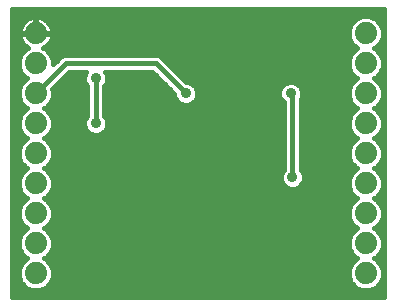
<source format=gbl>
G75*
G70*
%OFA0B0*%
%FSLAX24Y24*%
%IPPOS*%
%LPD*%
%AMOC8*
5,1,8,0,0,1.08239X$1,22.5*
%
%ADD10C,0.0740*%
%ADD11C,0.0160*%
%ADD12C,0.0360*%
D10*
X001494Y001181D03*
X001494Y002181D03*
X001494Y003181D03*
X001494Y004181D03*
X001494Y005181D03*
X001494Y006181D03*
X001494Y007181D03*
X001494Y008181D03*
X001494Y009181D03*
X012494Y009181D03*
X012494Y008181D03*
X012494Y007181D03*
X012494Y006181D03*
X012494Y005181D03*
X012494Y004181D03*
X012494Y003181D03*
X012494Y002181D03*
X012494Y001181D03*
D11*
X000694Y000381D02*
X000694Y009977D01*
X013114Y009977D01*
X013114Y000381D01*
X000694Y000381D01*
X000694Y000499D02*
X013114Y000499D01*
X013114Y000657D02*
X012717Y000657D01*
X012817Y000698D02*
X012607Y000611D01*
X012380Y000611D01*
X012171Y000698D01*
X012011Y000859D01*
X011924Y001068D01*
X011924Y001295D01*
X012011Y001504D01*
X012171Y001665D01*
X012212Y001681D01*
X012171Y001698D01*
X012011Y001859D01*
X011924Y002068D01*
X011924Y002295D01*
X012011Y002504D01*
X012171Y002665D01*
X012212Y002681D01*
X012171Y002698D01*
X012011Y002859D01*
X011924Y003068D01*
X011924Y003295D01*
X012011Y003504D01*
X012171Y003665D01*
X012212Y003681D01*
X012171Y003698D01*
X012011Y003859D01*
X011924Y004068D01*
X011924Y004295D01*
X012011Y004504D01*
X012171Y004665D01*
X012212Y004681D01*
X012171Y004698D01*
X012011Y004859D01*
X011924Y005068D01*
X011924Y005295D01*
X012011Y005504D01*
X012171Y005665D01*
X012212Y005681D01*
X012171Y005698D01*
X012011Y005859D01*
X011924Y006068D01*
X011924Y006295D01*
X012011Y006504D01*
X012171Y006665D01*
X012212Y006681D01*
X012171Y006698D01*
X012011Y006859D01*
X011924Y007068D01*
X011924Y007295D01*
X012011Y007504D01*
X012171Y007665D01*
X012212Y007681D01*
X012171Y007698D01*
X012011Y007859D01*
X011924Y008068D01*
X011924Y008295D01*
X012011Y008504D01*
X012171Y008665D01*
X012212Y008681D01*
X012171Y008698D01*
X012011Y008859D01*
X011924Y009068D01*
X011924Y009295D01*
X012011Y009504D01*
X012171Y009665D01*
X012380Y009751D01*
X012607Y009751D01*
X012817Y009665D01*
X012977Y009504D01*
X013064Y009295D01*
X013064Y009068D01*
X012977Y008859D01*
X012817Y008698D01*
X012776Y008681D01*
X012817Y008665D01*
X012977Y008504D01*
X013064Y008295D01*
X013064Y008068D01*
X012977Y007859D01*
X012817Y007698D01*
X012776Y007681D01*
X012817Y007665D01*
X012977Y007504D01*
X013064Y007295D01*
X013064Y007068D01*
X012977Y006859D01*
X012817Y006698D01*
X012776Y006681D01*
X012817Y006665D01*
X012977Y006504D01*
X013064Y006295D01*
X013064Y006068D01*
X012977Y005859D01*
X012817Y005698D01*
X012776Y005681D01*
X012817Y005665D01*
X012977Y005504D01*
X013064Y005295D01*
X013064Y005068D01*
X012977Y004859D01*
X012817Y004698D01*
X012776Y004681D01*
X012817Y004665D01*
X012977Y004504D01*
X013064Y004295D01*
X013064Y004068D01*
X012977Y003859D01*
X012817Y003698D01*
X012776Y003681D01*
X012817Y003665D01*
X012977Y003504D01*
X013064Y003295D01*
X013064Y003068D01*
X012977Y002859D01*
X012817Y002698D01*
X012776Y002681D01*
X012817Y002665D01*
X012977Y002504D01*
X013064Y002295D01*
X013064Y002068D01*
X012977Y001859D01*
X012817Y001698D01*
X012776Y001681D01*
X012817Y001665D01*
X012977Y001504D01*
X013064Y001295D01*
X013064Y001068D01*
X012977Y000859D01*
X012817Y000698D01*
X012934Y000816D02*
X013114Y000816D01*
X013114Y000974D02*
X013025Y000974D01*
X013064Y001133D02*
X013114Y001133D01*
X013114Y001291D02*
X013064Y001291D01*
X013114Y001450D02*
X013000Y001450D01*
X013114Y001608D02*
X012873Y001608D01*
X012885Y001767D02*
X013114Y001767D01*
X013114Y001925D02*
X013005Y001925D01*
X013064Y002084D02*
X013114Y002084D01*
X013114Y002242D02*
X013064Y002242D01*
X013020Y002401D02*
X013114Y002401D01*
X013114Y002560D02*
X012922Y002560D01*
X012837Y002718D02*
X013114Y002718D01*
X013114Y002877D02*
X012985Y002877D01*
X013050Y003035D02*
X013114Y003035D01*
X013114Y003194D02*
X013064Y003194D01*
X013040Y003352D02*
X013114Y003352D01*
X013114Y003511D02*
X012971Y003511D01*
X013114Y003669D02*
X012805Y003669D01*
X012946Y003828D02*
X013114Y003828D01*
X013114Y003986D02*
X013030Y003986D01*
X013064Y004145D02*
X013114Y004145D01*
X013114Y004304D02*
X013060Y004304D01*
X013114Y004462D02*
X012995Y004462D01*
X013114Y004621D02*
X012861Y004621D01*
X012898Y004779D02*
X013114Y004779D01*
X013114Y004938D02*
X013010Y004938D01*
X013064Y005096D02*
X013114Y005096D01*
X013114Y005255D02*
X013064Y005255D01*
X013015Y005413D02*
X013114Y005413D01*
X013114Y005572D02*
X012909Y005572D01*
X012849Y005730D02*
X013114Y005730D01*
X013114Y005889D02*
X012990Y005889D01*
X013055Y006048D02*
X013114Y006048D01*
X013114Y006206D02*
X013064Y006206D01*
X013035Y006365D02*
X013114Y006365D01*
X013114Y006523D02*
X012958Y006523D01*
X013114Y006682D02*
X012777Y006682D01*
X012959Y006840D02*
X013114Y006840D01*
X013114Y006999D02*
X013035Y006999D01*
X013064Y007157D02*
X013114Y007157D01*
X013114Y007316D02*
X013055Y007316D01*
X013114Y007474D02*
X012989Y007474D01*
X013114Y007633D02*
X012848Y007633D01*
X012910Y007791D02*
X013114Y007791D01*
X013114Y007950D02*
X013015Y007950D01*
X013064Y008109D02*
X013114Y008109D01*
X013114Y008267D02*
X013064Y008267D01*
X013114Y008426D02*
X013010Y008426D01*
X013114Y008584D02*
X012897Y008584D01*
X012861Y008743D02*
X013114Y008743D01*
X013114Y008901D02*
X012995Y008901D01*
X013060Y009060D02*
X013114Y009060D01*
X013114Y009218D02*
X013064Y009218D01*
X013030Y009377D02*
X013114Y009377D01*
X013114Y009535D02*
X012946Y009535D01*
X013114Y009694D02*
X012746Y009694D01*
X013114Y009853D02*
X000694Y009853D01*
X000694Y009694D02*
X001292Y009694D01*
X001283Y009691D02*
X001206Y009652D01*
X001136Y009601D01*
X001074Y009540D01*
X001023Y009470D01*
X000984Y009393D01*
X000957Y009310D01*
X000944Y009225D01*
X000944Y009201D01*
X001474Y009201D01*
X001474Y009161D01*
X000944Y009161D01*
X000944Y009138D01*
X000957Y009053D01*
X000984Y008970D01*
X001023Y008893D01*
X001074Y008823D01*
X001136Y008762D01*
X001206Y008711D01*
X001240Y008693D01*
X001171Y008665D01*
X001011Y008504D01*
X000924Y008295D01*
X000924Y008068D01*
X001011Y007859D01*
X001171Y007698D01*
X001212Y007681D01*
X001171Y007665D01*
X001011Y007504D01*
X000924Y007295D01*
X000924Y007068D01*
X001011Y006859D01*
X001171Y006698D01*
X001212Y006681D01*
X001171Y006665D01*
X001011Y006504D01*
X000924Y006295D01*
X000924Y006068D01*
X001011Y005859D01*
X001171Y005698D01*
X001212Y005681D01*
X001171Y005665D01*
X001011Y005504D01*
X000924Y005295D01*
X000924Y005068D01*
X001011Y004859D01*
X001171Y004698D01*
X001212Y004681D01*
X001171Y004665D01*
X001011Y004504D01*
X000924Y004295D01*
X000924Y004068D01*
X001011Y003859D01*
X001171Y003698D01*
X001212Y003681D01*
X001171Y003665D01*
X001011Y003504D01*
X000924Y003295D01*
X000924Y003068D01*
X001011Y002859D01*
X001171Y002698D01*
X001212Y002681D01*
X001171Y002665D01*
X001011Y002504D01*
X000924Y002295D01*
X000924Y002068D01*
X001011Y001859D01*
X001171Y001698D01*
X001212Y001681D01*
X001171Y001665D01*
X001011Y001504D01*
X000924Y001295D01*
X000924Y001068D01*
X001011Y000859D01*
X001171Y000698D01*
X001380Y000611D01*
X001607Y000611D01*
X001817Y000698D01*
X001977Y000859D01*
X002064Y001068D01*
X002064Y001295D01*
X001977Y001504D01*
X001817Y001665D01*
X001776Y001681D01*
X001817Y001698D01*
X001977Y001859D01*
X002064Y002068D01*
X002064Y002295D01*
X001977Y002504D01*
X001817Y002665D01*
X001776Y002681D01*
X001817Y002698D01*
X001977Y002859D01*
X002064Y003068D01*
X002064Y003295D01*
X001977Y003504D01*
X001817Y003665D01*
X001776Y003681D01*
X001817Y003698D01*
X001977Y003859D01*
X002064Y004068D01*
X002064Y004295D01*
X001977Y004504D01*
X001817Y004665D01*
X001776Y004681D01*
X001817Y004698D01*
X001977Y004859D01*
X002064Y005068D01*
X002064Y005295D01*
X001977Y005504D01*
X001817Y005665D01*
X001776Y005681D01*
X001817Y005698D01*
X001977Y005859D01*
X002064Y006068D01*
X002064Y006295D01*
X001977Y006504D01*
X001817Y006665D01*
X001776Y006681D01*
X001817Y006698D01*
X001977Y006859D01*
X002064Y007068D01*
X002064Y007295D01*
X002046Y007338D01*
X002610Y007901D01*
X003176Y007901D01*
X003172Y007897D01*
X003114Y007757D01*
X003114Y007606D01*
X003172Y007466D01*
X003214Y007424D01*
X003214Y006439D01*
X003172Y006397D01*
X003114Y006257D01*
X003114Y006106D01*
X003172Y005966D01*
X003279Y005859D01*
X003418Y005801D01*
X003569Y005801D01*
X003709Y005859D01*
X003816Y005966D01*
X003874Y006106D01*
X003874Y006257D01*
X003816Y006397D01*
X003774Y006439D01*
X003774Y007424D01*
X003816Y007466D01*
X003874Y007606D01*
X003874Y007757D01*
X003816Y007897D01*
X003811Y007901D01*
X005378Y007901D01*
X006114Y007165D01*
X006114Y007106D01*
X006172Y006966D01*
X006279Y006859D01*
X006418Y006801D01*
X006569Y006801D01*
X006709Y006859D01*
X006816Y006966D01*
X006874Y007106D01*
X006874Y007257D01*
X006816Y007397D01*
X006709Y007504D01*
X006569Y007561D01*
X006510Y007561D01*
X005731Y008340D01*
X005652Y008419D01*
X005550Y008461D01*
X002550Y008461D01*
X002438Y008461D01*
X002335Y008419D01*
X002064Y008147D01*
X002064Y008295D01*
X001977Y008504D01*
X001817Y008665D01*
X001747Y008693D01*
X001782Y008711D01*
X001852Y008762D01*
X001913Y008823D01*
X001964Y008893D01*
X002004Y008970D01*
X002030Y009053D01*
X002044Y009138D01*
X002044Y009161D01*
X001514Y009161D01*
X001514Y009201D01*
X002044Y009201D01*
X002044Y009225D01*
X002030Y009310D01*
X002004Y009393D01*
X001964Y009470D01*
X001913Y009540D01*
X001852Y009601D01*
X001782Y009652D01*
X001705Y009691D01*
X001623Y009718D01*
X001537Y009731D01*
X001514Y009731D01*
X001514Y009202D01*
X001474Y009202D01*
X001474Y009731D01*
X001451Y009731D01*
X001365Y009718D01*
X001283Y009691D01*
X001474Y009694D02*
X001514Y009694D01*
X001514Y009535D02*
X001474Y009535D01*
X001474Y009377D02*
X001514Y009377D01*
X001514Y009218D02*
X001474Y009218D01*
X001071Y009535D02*
X000694Y009535D01*
X000694Y009377D02*
X000979Y009377D01*
X000944Y009218D02*
X000694Y009218D01*
X000694Y009060D02*
X000956Y009060D01*
X001019Y008901D02*
X000694Y008901D01*
X000694Y008743D02*
X001162Y008743D01*
X001091Y008584D02*
X000694Y008584D01*
X000694Y008426D02*
X000978Y008426D01*
X000924Y008267D02*
X000694Y008267D01*
X000694Y008109D02*
X000924Y008109D01*
X000973Y007950D02*
X000694Y007950D01*
X000694Y007791D02*
X001078Y007791D01*
X001139Y007633D02*
X000694Y007633D01*
X000694Y007474D02*
X000998Y007474D01*
X000933Y007316D02*
X000694Y007316D01*
X000694Y007157D02*
X000924Y007157D01*
X000953Y006999D02*
X000694Y006999D01*
X000694Y006840D02*
X001029Y006840D01*
X001211Y006682D02*
X000694Y006682D01*
X000694Y006523D02*
X001029Y006523D01*
X000953Y006365D02*
X000694Y006365D01*
X000694Y006206D02*
X000924Y006206D01*
X000932Y006048D02*
X000694Y006048D01*
X000694Y005889D02*
X000998Y005889D01*
X001139Y005730D02*
X000694Y005730D01*
X000694Y005572D02*
X001078Y005572D01*
X000973Y005413D02*
X000694Y005413D01*
X000694Y005255D02*
X000924Y005255D01*
X000924Y005096D02*
X000694Y005096D01*
X000694Y004938D02*
X000978Y004938D01*
X001090Y004779D02*
X000694Y004779D01*
X000694Y004621D02*
X001127Y004621D01*
X000993Y004462D02*
X000694Y004462D01*
X000694Y004304D02*
X000927Y004304D01*
X000924Y004145D02*
X000694Y004145D01*
X000694Y003986D02*
X000958Y003986D01*
X001041Y003828D02*
X000694Y003828D01*
X000694Y003669D02*
X001182Y003669D01*
X001017Y003511D02*
X000694Y003511D01*
X000694Y003352D02*
X000948Y003352D01*
X000924Y003194D02*
X000694Y003194D01*
X000694Y003035D02*
X000937Y003035D01*
X001003Y002877D02*
X000694Y002877D01*
X000694Y002718D02*
X001151Y002718D01*
X001066Y002560D02*
X000694Y002560D01*
X000694Y002401D02*
X000968Y002401D01*
X000924Y002242D02*
X000694Y002242D01*
X000694Y002084D02*
X000924Y002084D01*
X000983Y001925D02*
X000694Y001925D01*
X000694Y001767D02*
X001102Y001767D01*
X001115Y001608D02*
X000694Y001608D01*
X000694Y001450D02*
X000988Y001450D01*
X000924Y001291D02*
X000694Y001291D01*
X000694Y001133D02*
X000924Y001133D01*
X000963Y000974D02*
X000694Y000974D01*
X000694Y000816D02*
X001054Y000816D01*
X001270Y000657D02*
X000694Y000657D01*
X001717Y000657D02*
X012270Y000657D01*
X012054Y000816D02*
X001934Y000816D01*
X002025Y000974D02*
X011963Y000974D01*
X011924Y001133D02*
X002064Y001133D01*
X002064Y001291D02*
X011924Y001291D01*
X011988Y001450D02*
X002000Y001450D01*
X001873Y001608D02*
X012115Y001608D01*
X012102Y001767D02*
X001885Y001767D01*
X002005Y001925D02*
X011983Y001925D01*
X011924Y002084D02*
X002064Y002084D01*
X002064Y002242D02*
X011924Y002242D01*
X011968Y002401D02*
X002020Y002401D01*
X001922Y002560D02*
X012066Y002560D01*
X012151Y002718D02*
X001837Y002718D01*
X001985Y002877D02*
X012003Y002877D01*
X011937Y003035D02*
X002050Y003035D01*
X002064Y003194D02*
X011924Y003194D01*
X011948Y003352D02*
X002040Y003352D01*
X001971Y003511D02*
X012017Y003511D01*
X012182Y003669D02*
X001805Y003669D01*
X001946Y003828D02*
X012041Y003828D01*
X011958Y003986D02*
X002030Y003986D01*
X002064Y004145D02*
X009743Y004145D01*
X009722Y004166D02*
X009829Y004059D01*
X009968Y004001D01*
X010119Y004001D01*
X010259Y004059D01*
X010366Y004166D01*
X010424Y004306D01*
X010424Y004457D01*
X010366Y004597D01*
X010324Y004639D01*
X010324Y006985D01*
X010374Y007106D01*
X010374Y007257D01*
X010316Y007397D01*
X010209Y007504D01*
X010069Y007561D01*
X009918Y007561D01*
X009779Y007504D01*
X009672Y007397D01*
X009614Y007257D01*
X009614Y007106D01*
X009672Y006966D01*
X009764Y006874D01*
X009764Y004639D01*
X009722Y004597D01*
X009664Y004457D01*
X009664Y004306D01*
X009722Y004166D01*
X009665Y004304D02*
X002060Y004304D01*
X001995Y004462D02*
X009666Y004462D01*
X009746Y004621D02*
X001861Y004621D01*
X001898Y004779D02*
X009764Y004779D01*
X009764Y004938D02*
X002010Y004938D01*
X002064Y005096D02*
X009764Y005096D01*
X009764Y005255D02*
X002064Y005255D01*
X002015Y005413D02*
X009764Y005413D01*
X009764Y005572D02*
X001909Y005572D01*
X001849Y005730D02*
X009764Y005730D01*
X009764Y005889D02*
X003739Y005889D01*
X003850Y006048D02*
X009764Y006048D01*
X009764Y006206D02*
X003874Y006206D01*
X003829Y006365D02*
X009764Y006365D01*
X009764Y006523D02*
X003774Y006523D01*
X003774Y006682D02*
X009764Y006682D01*
X009764Y006840D02*
X006663Y006840D01*
X006829Y006999D02*
X009658Y006999D01*
X009614Y007157D02*
X006874Y007157D01*
X006849Y007316D02*
X009638Y007316D01*
X009749Y007474D02*
X006738Y007474D01*
X006438Y007633D02*
X012139Y007633D01*
X011998Y007474D02*
X010238Y007474D01*
X010349Y007316D02*
X011933Y007316D01*
X011924Y007157D02*
X010374Y007157D01*
X010329Y006999D02*
X011953Y006999D01*
X012029Y006840D02*
X010324Y006840D01*
X010324Y006682D02*
X012211Y006682D01*
X012029Y006523D02*
X010324Y006523D01*
X010324Y006365D02*
X011953Y006365D01*
X011924Y006206D02*
X010324Y006206D01*
X010324Y006048D02*
X011932Y006048D01*
X011998Y005889D02*
X010324Y005889D01*
X010324Y005730D02*
X012139Y005730D01*
X012078Y005572D02*
X010324Y005572D01*
X010324Y005413D02*
X011973Y005413D01*
X011924Y005255D02*
X010324Y005255D01*
X010324Y005096D02*
X011924Y005096D01*
X011978Y004938D02*
X010324Y004938D01*
X010324Y004779D02*
X012090Y004779D01*
X012127Y004621D02*
X010342Y004621D01*
X010422Y004462D02*
X011993Y004462D01*
X011927Y004304D02*
X010423Y004304D01*
X010345Y004145D02*
X011924Y004145D01*
X010044Y004381D02*
X010044Y007131D01*
X009994Y007181D01*
X011924Y008109D02*
X005963Y008109D01*
X005804Y008267D02*
X011924Y008267D01*
X011978Y008426D02*
X005636Y008426D01*
X005494Y008181D02*
X002494Y008181D01*
X001494Y007181D01*
X002064Y007157D02*
X003214Y007157D01*
X003214Y007316D02*
X002055Y007316D01*
X002183Y007474D02*
X003168Y007474D01*
X003114Y007633D02*
X002341Y007633D01*
X002500Y007791D02*
X003128Y007791D01*
X003494Y007681D02*
X003494Y006181D01*
X003138Y006048D02*
X002055Y006048D01*
X002064Y006206D02*
X003114Y006206D01*
X003158Y006365D02*
X002035Y006365D01*
X001958Y006523D02*
X003214Y006523D01*
X003214Y006682D02*
X001777Y006682D01*
X001959Y006840D02*
X003214Y006840D01*
X003214Y006999D02*
X002035Y006999D01*
X001990Y005889D02*
X003249Y005889D01*
X003774Y006840D02*
X006324Y006840D01*
X006158Y006999D02*
X003774Y006999D01*
X003774Y007157D02*
X006114Y007157D01*
X005963Y007316D02*
X003774Y007316D01*
X003819Y007474D02*
X005805Y007474D01*
X005646Y007633D02*
X003874Y007633D01*
X003860Y007791D02*
X005488Y007791D01*
X005494Y008181D02*
X006494Y007181D01*
X006280Y007791D02*
X012078Y007791D01*
X011973Y007950D02*
X006121Y007950D01*
X002352Y008426D02*
X002010Y008426D01*
X001897Y008584D02*
X012091Y008584D01*
X012126Y008743D02*
X001826Y008743D01*
X001968Y008901D02*
X011993Y008901D01*
X011927Y009060D02*
X002031Y009060D01*
X002044Y009218D02*
X011924Y009218D01*
X011958Y009377D02*
X002009Y009377D01*
X001916Y009535D02*
X012042Y009535D01*
X012242Y009694D02*
X001696Y009694D01*
X002064Y008267D02*
X002184Y008267D01*
D12*
X003494Y007681D03*
X003494Y006181D03*
X006494Y007181D03*
X009994Y007181D03*
X010044Y004381D03*
M02*

</source>
